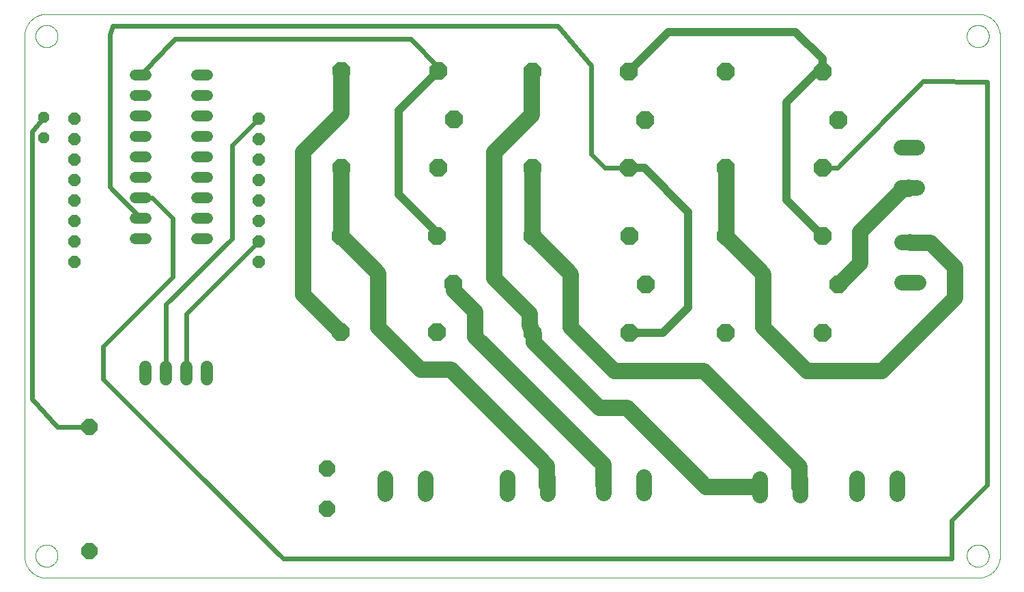
<source format=gtl>
G75*
%MOIN*%
%OFA0B0*%
%FSLAX25Y25*%
%IPPOS*%
%LPD*%
%AMOC8*
5,1,8,0,0,1.08239X$1,22.5*
%
%ADD10C,0.00000*%
%ADD11OC8,0.06000*%
%ADD12OC8,0.07874*%
%ADD13OC8,0.08600*%
%ADD14C,0.05200*%
%ADD15C,0.07800*%
%ADD16OC8,0.05200*%
%ADD17C,0.06000*%
%ADD18C,0.02400*%
%ADD19C,0.08000*%
%ADD20C,0.04000*%
D10*
X0040528Y0035846D02*
X0495252Y0035846D01*
X0489839Y0046673D02*
X0489841Y0046820D01*
X0489847Y0046966D01*
X0489857Y0047112D01*
X0489871Y0047258D01*
X0489889Y0047404D01*
X0489910Y0047549D01*
X0489936Y0047693D01*
X0489966Y0047837D01*
X0489999Y0047979D01*
X0490036Y0048121D01*
X0490077Y0048262D01*
X0490122Y0048401D01*
X0490171Y0048540D01*
X0490223Y0048677D01*
X0490280Y0048812D01*
X0490339Y0048946D01*
X0490403Y0049078D01*
X0490470Y0049208D01*
X0490540Y0049337D01*
X0490614Y0049464D01*
X0490691Y0049588D01*
X0490772Y0049711D01*
X0490856Y0049831D01*
X0490943Y0049949D01*
X0491033Y0050064D01*
X0491126Y0050177D01*
X0491223Y0050288D01*
X0491322Y0050396D01*
X0491424Y0050501D01*
X0491529Y0050603D01*
X0491637Y0050702D01*
X0491748Y0050799D01*
X0491861Y0050892D01*
X0491976Y0050982D01*
X0492094Y0051069D01*
X0492214Y0051153D01*
X0492337Y0051234D01*
X0492461Y0051311D01*
X0492588Y0051385D01*
X0492717Y0051455D01*
X0492847Y0051522D01*
X0492979Y0051586D01*
X0493113Y0051645D01*
X0493248Y0051702D01*
X0493385Y0051754D01*
X0493524Y0051803D01*
X0493663Y0051848D01*
X0493804Y0051889D01*
X0493946Y0051926D01*
X0494088Y0051959D01*
X0494232Y0051989D01*
X0494376Y0052015D01*
X0494521Y0052036D01*
X0494667Y0052054D01*
X0494813Y0052068D01*
X0494959Y0052078D01*
X0495105Y0052084D01*
X0495252Y0052086D01*
X0495399Y0052084D01*
X0495545Y0052078D01*
X0495691Y0052068D01*
X0495837Y0052054D01*
X0495983Y0052036D01*
X0496128Y0052015D01*
X0496272Y0051989D01*
X0496416Y0051959D01*
X0496558Y0051926D01*
X0496700Y0051889D01*
X0496841Y0051848D01*
X0496980Y0051803D01*
X0497119Y0051754D01*
X0497256Y0051702D01*
X0497391Y0051645D01*
X0497525Y0051586D01*
X0497657Y0051522D01*
X0497787Y0051455D01*
X0497916Y0051385D01*
X0498043Y0051311D01*
X0498167Y0051234D01*
X0498290Y0051153D01*
X0498410Y0051069D01*
X0498528Y0050982D01*
X0498643Y0050892D01*
X0498756Y0050799D01*
X0498867Y0050702D01*
X0498975Y0050603D01*
X0499080Y0050501D01*
X0499182Y0050396D01*
X0499281Y0050288D01*
X0499378Y0050177D01*
X0499471Y0050064D01*
X0499561Y0049949D01*
X0499648Y0049831D01*
X0499732Y0049711D01*
X0499813Y0049588D01*
X0499890Y0049464D01*
X0499964Y0049337D01*
X0500034Y0049208D01*
X0500101Y0049078D01*
X0500165Y0048946D01*
X0500224Y0048812D01*
X0500281Y0048677D01*
X0500333Y0048540D01*
X0500382Y0048401D01*
X0500427Y0048262D01*
X0500468Y0048121D01*
X0500505Y0047979D01*
X0500538Y0047837D01*
X0500568Y0047693D01*
X0500594Y0047549D01*
X0500615Y0047404D01*
X0500633Y0047258D01*
X0500647Y0047112D01*
X0500657Y0046966D01*
X0500663Y0046820D01*
X0500665Y0046673D01*
X0500663Y0046526D01*
X0500657Y0046380D01*
X0500647Y0046234D01*
X0500633Y0046088D01*
X0500615Y0045942D01*
X0500594Y0045797D01*
X0500568Y0045653D01*
X0500538Y0045509D01*
X0500505Y0045367D01*
X0500468Y0045225D01*
X0500427Y0045084D01*
X0500382Y0044945D01*
X0500333Y0044806D01*
X0500281Y0044669D01*
X0500224Y0044534D01*
X0500165Y0044400D01*
X0500101Y0044268D01*
X0500034Y0044138D01*
X0499964Y0044009D01*
X0499890Y0043882D01*
X0499813Y0043758D01*
X0499732Y0043635D01*
X0499648Y0043515D01*
X0499561Y0043397D01*
X0499471Y0043282D01*
X0499378Y0043169D01*
X0499281Y0043058D01*
X0499182Y0042950D01*
X0499080Y0042845D01*
X0498975Y0042743D01*
X0498867Y0042644D01*
X0498756Y0042547D01*
X0498643Y0042454D01*
X0498528Y0042364D01*
X0498410Y0042277D01*
X0498290Y0042193D01*
X0498167Y0042112D01*
X0498043Y0042035D01*
X0497916Y0041961D01*
X0497787Y0041891D01*
X0497657Y0041824D01*
X0497525Y0041760D01*
X0497391Y0041701D01*
X0497256Y0041644D01*
X0497119Y0041592D01*
X0496980Y0041543D01*
X0496841Y0041498D01*
X0496700Y0041457D01*
X0496558Y0041420D01*
X0496416Y0041387D01*
X0496272Y0041357D01*
X0496128Y0041331D01*
X0495983Y0041310D01*
X0495837Y0041292D01*
X0495691Y0041278D01*
X0495545Y0041268D01*
X0495399Y0041262D01*
X0495252Y0041260D01*
X0495105Y0041262D01*
X0494959Y0041268D01*
X0494813Y0041278D01*
X0494667Y0041292D01*
X0494521Y0041310D01*
X0494376Y0041331D01*
X0494232Y0041357D01*
X0494088Y0041387D01*
X0493946Y0041420D01*
X0493804Y0041457D01*
X0493663Y0041498D01*
X0493524Y0041543D01*
X0493385Y0041592D01*
X0493248Y0041644D01*
X0493113Y0041701D01*
X0492979Y0041760D01*
X0492847Y0041824D01*
X0492717Y0041891D01*
X0492588Y0041961D01*
X0492461Y0042035D01*
X0492337Y0042112D01*
X0492214Y0042193D01*
X0492094Y0042277D01*
X0491976Y0042364D01*
X0491861Y0042454D01*
X0491748Y0042547D01*
X0491637Y0042644D01*
X0491529Y0042743D01*
X0491424Y0042845D01*
X0491322Y0042950D01*
X0491223Y0043058D01*
X0491126Y0043169D01*
X0491033Y0043282D01*
X0490943Y0043397D01*
X0490856Y0043515D01*
X0490772Y0043635D01*
X0490691Y0043758D01*
X0490614Y0043882D01*
X0490540Y0044009D01*
X0490470Y0044138D01*
X0490403Y0044268D01*
X0490339Y0044400D01*
X0490280Y0044534D01*
X0490223Y0044669D01*
X0490171Y0044806D01*
X0490122Y0044945D01*
X0490077Y0045084D01*
X0490036Y0045225D01*
X0489999Y0045367D01*
X0489966Y0045509D01*
X0489936Y0045653D01*
X0489910Y0045797D01*
X0489889Y0045942D01*
X0489871Y0046088D01*
X0489857Y0046234D01*
X0489847Y0046380D01*
X0489841Y0046526D01*
X0489839Y0046673D01*
X0495252Y0035846D02*
X0495514Y0035849D01*
X0495775Y0035859D01*
X0496036Y0035874D01*
X0496297Y0035897D01*
X0496557Y0035925D01*
X0496816Y0035960D01*
X0497075Y0036001D01*
X0497332Y0036048D01*
X0497588Y0036101D01*
X0497843Y0036161D01*
X0498096Y0036226D01*
X0498348Y0036298D01*
X0498598Y0036376D01*
X0498846Y0036460D01*
X0499091Y0036550D01*
X0499335Y0036645D01*
X0499576Y0036747D01*
X0499815Y0036854D01*
X0500050Y0036967D01*
X0500284Y0037086D01*
X0500514Y0037211D01*
X0500741Y0037340D01*
X0500965Y0037476D01*
X0501185Y0037617D01*
X0501402Y0037763D01*
X0501616Y0037914D01*
X0501826Y0038070D01*
X0502032Y0038231D01*
X0502234Y0038398D01*
X0502432Y0038569D01*
X0502625Y0038745D01*
X0502815Y0038925D01*
X0503000Y0039110D01*
X0503180Y0039300D01*
X0503356Y0039493D01*
X0503527Y0039691D01*
X0503694Y0039893D01*
X0503855Y0040099D01*
X0504011Y0040309D01*
X0504162Y0040523D01*
X0504308Y0040740D01*
X0504449Y0040960D01*
X0504585Y0041184D01*
X0504714Y0041411D01*
X0504839Y0041641D01*
X0504958Y0041875D01*
X0505071Y0042110D01*
X0505178Y0042349D01*
X0505280Y0042590D01*
X0505375Y0042834D01*
X0505465Y0043079D01*
X0505549Y0043327D01*
X0505627Y0043577D01*
X0505699Y0043829D01*
X0505764Y0044082D01*
X0505824Y0044337D01*
X0505877Y0044593D01*
X0505924Y0044850D01*
X0505965Y0045109D01*
X0506000Y0045368D01*
X0506028Y0045628D01*
X0506051Y0045889D01*
X0506066Y0046150D01*
X0506076Y0046411D01*
X0506079Y0046673D01*
X0506079Y0300610D01*
X0489839Y0300610D02*
X0489841Y0300757D01*
X0489847Y0300903D01*
X0489857Y0301049D01*
X0489871Y0301195D01*
X0489889Y0301341D01*
X0489910Y0301486D01*
X0489936Y0301630D01*
X0489966Y0301774D01*
X0489999Y0301916D01*
X0490036Y0302058D01*
X0490077Y0302199D01*
X0490122Y0302338D01*
X0490171Y0302477D01*
X0490223Y0302614D01*
X0490280Y0302749D01*
X0490339Y0302883D01*
X0490403Y0303015D01*
X0490470Y0303145D01*
X0490540Y0303274D01*
X0490614Y0303401D01*
X0490691Y0303525D01*
X0490772Y0303648D01*
X0490856Y0303768D01*
X0490943Y0303886D01*
X0491033Y0304001D01*
X0491126Y0304114D01*
X0491223Y0304225D01*
X0491322Y0304333D01*
X0491424Y0304438D01*
X0491529Y0304540D01*
X0491637Y0304639D01*
X0491748Y0304736D01*
X0491861Y0304829D01*
X0491976Y0304919D01*
X0492094Y0305006D01*
X0492214Y0305090D01*
X0492337Y0305171D01*
X0492461Y0305248D01*
X0492588Y0305322D01*
X0492717Y0305392D01*
X0492847Y0305459D01*
X0492979Y0305523D01*
X0493113Y0305582D01*
X0493248Y0305639D01*
X0493385Y0305691D01*
X0493524Y0305740D01*
X0493663Y0305785D01*
X0493804Y0305826D01*
X0493946Y0305863D01*
X0494088Y0305896D01*
X0494232Y0305926D01*
X0494376Y0305952D01*
X0494521Y0305973D01*
X0494667Y0305991D01*
X0494813Y0306005D01*
X0494959Y0306015D01*
X0495105Y0306021D01*
X0495252Y0306023D01*
X0495399Y0306021D01*
X0495545Y0306015D01*
X0495691Y0306005D01*
X0495837Y0305991D01*
X0495983Y0305973D01*
X0496128Y0305952D01*
X0496272Y0305926D01*
X0496416Y0305896D01*
X0496558Y0305863D01*
X0496700Y0305826D01*
X0496841Y0305785D01*
X0496980Y0305740D01*
X0497119Y0305691D01*
X0497256Y0305639D01*
X0497391Y0305582D01*
X0497525Y0305523D01*
X0497657Y0305459D01*
X0497787Y0305392D01*
X0497916Y0305322D01*
X0498043Y0305248D01*
X0498167Y0305171D01*
X0498290Y0305090D01*
X0498410Y0305006D01*
X0498528Y0304919D01*
X0498643Y0304829D01*
X0498756Y0304736D01*
X0498867Y0304639D01*
X0498975Y0304540D01*
X0499080Y0304438D01*
X0499182Y0304333D01*
X0499281Y0304225D01*
X0499378Y0304114D01*
X0499471Y0304001D01*
X0499561Y0303886D01*
X0499648Y0303768D01*
X0499732Y0303648D01*
X0499813Y0303525D01*
X0499890Y0303401D01*
X0499964Y0303274D01*
X0500034Y0303145D01*
X0500101Y0303015D01*
X0500165Y0302883D01*
X0500224Y0302749D01*
X0500281Y0302614D01*
X0500333Y0302477D01*
X0500382Y0302338D01*
X0500427Y0302199D01*
X0500468Y0302058D01*
X0500505Y0301916D01*
X0500538Y0301774D01*
X0500568Y0301630D01*
X0500594Y0301486D01*
X0500615Y0301341D01*
X0500633Y0301195D01*
X0500647Y0301049D01*
X0500657Y0300903D01*
X0500663Y0300757D01*
X0500665Y0300610D01*
X0500663Y0300463D01*
X0500657Y0300317D01*
X0500647Y0300171D01*
X0500633Y0300025D01*
X0500615Y0299879D01*
X0500594Y0299734D01*
X0500568Y0299590D01*
X0500538Y0299446D01*
X0500505Y0299304D01*
X0500468Y0299162D01*
X0500427Y0299021D01*
X0500382Y0298882D01*
X0500333Y0298743D01*
X0500281Y0298606D01*
X0500224Y0298471D01*
X0500165Y0298337D01*
X0500101Y0298205D01*
X0500034Y0298075D01*
X0499964Y0297946D01*
X0499890Y0297819D01*
X0499813Y0297695D01*
X0499732Y0297572D01*
X0499648Y0297452D01*
X0499561Y0297334D01*
X0499471Y0297219D01*
X0499378Y0297106D01*
X0499281Y0296995D01*
X0499182Y0296887D01*
X0499080Y0296782D01*
X0498975Y0296680D01*
X0498867Y0296581D01*
X0498756Y0296484D01*
X0498643Y0296391D01*
X0498528Y0296301D01*
X0498410Y0296214D01*
X0498290Y0296130D01*
X0498167Y0296049D01*
X0498043Y0295972D01*
X0497916Y0295898D01*
X0497787Y0295828D01*
X0497657Y0295761D01*
X0497525Y0295697D01*
X0497391Y0295638D01*
X0497256Y0295581D01*
X0497119Y0295529D01*
X0496980Y0295480D01*
X0496841Y0295435D01*
X0496700Y0295394D01*
X0496558Y0295357D01*
X0496416Y0295324D01*
X0496272Y0295294D01*
X0496128Y0295268D01*
X0495983Y0295247D01*
X0495837Y0295229D01*
X0495691Y0295215D01*
X0495545Y0295205D01*
X0495399Y0295199D01*
X0495252Y0295197D01*
X0495105Y0295199D01*
X0494959Y0295205D01*
X0494813Y0295215D01*
X0494667Y0295229D01*
X0494521Y0295247D01*
X0494376Y0295268D01*
X0494232Y0295294D01*
X0494088Y0295324D01*
X0493946Y0295357D01*
X0493804Y0295394D01*
X0493663Y0295435D01*
X0493524Y0295480D01*
X0493385Y0295529D01*
X0493248Y0295581D01*
X0493113Y0295638D01*
X0492979Y0295697D01*
X0492847Y0295761D01*
X0492717Y0295828D01*
X0492588Y0295898D01*
X0492461Y0295972D01*
X0492337Y0296049D01*
X0492214Y0296130D01*
X0492094Y0296214D01*
X0491976Y0296301D01*
X0491861Y0296391D01*
X0491748Y0296484D01*
X0491637Y0296581D01*
X0491529Y0296680D01*
X0491424Y0296782D01*
X0491322Y0296887D01*
X0491223Y0296995D01*
X0491126Y0297106D01*
X0491033Y0297219D01*
X0490943Y0297334D01*
X0490856Y0297452D01*
X0490772Y0297572D01*
X0490691Y0297695D01*
X0490614Y0297819D01*
X0490540Y0297946D01*
X0490470Y0298075D01*
X0490403Y0298205D01*
X0490339Y0298337D01*
X0490280Y0298471D01*
X0490223Y0298606D01*
X0490171Y0298743D01*
X0490122Y0298882D01*
X0490077Y0299021D01*
X0490036Y0299162D01*
X0489999Y0299304D01*
X0489966Y0299446D01*
X0489936Y0299590D01*
X0489910Y0299734D01*
X0489889Y0299879D01*
X0489871Y0300025D01*
X0489857Y0300171D01*
X0489847Y0300317D01*
X0489841Y0300463D01*
X0489839Y0300610D01*
X0495252Y0311437D02*
X0495514Y0311434D01*
X0495775Y0311424D01*
X0496036Y0311409D01*
X0496297Y0311386D01*
X0496557Y0311358D01*
X0496816Y0311323D01*
X0497075Y0311282D01*
X0497332Y0311235D01*
X0497588Y0311182D01*
X0497843Y0311122D01*
X0498096Y0311057D01*
X0498348Y0310985D01*
X0498598Y0310907D01*
X0498846Y0310823D01*
X0499091Y0310733D01*
X0499335Y0310638D01*
X0499576Y0310536D01*
X0499815Y0310429D01*
X0500050Y0310316D01*
X0500284Y0310197D01*
X0500514Y0310072D01*
X0500741Y0309943D01*
X0500965Y0309807D01*
X0501185Y0309666D01*
X0501402Y0309520D01*
X0501616Y0309369D01*
X0501826Y0309213D01*
X0502032Y0309052D01*
X0502234Y0308885D01*
X0502432Y0308714D01*
X0502625Y0308538D01*
X0502815Y0308358D01*
X0503000Y0308173D01*
X0503180Y0307983D01*
X0503356Y0307790D01*
X0503527Y0307592D01*
X0503694Y0307390D01*
X0503855Y0307184D01*
X0504011Y0306974D01*
X0504162Y0306760D01*
X0504308Y0306543D01*
X0504449Y0306323D01*
X0504585Y0306099D01*
X0504714Y0305872D01*
X0504839Y0305642D01*
X0504958Y0305408D01*
X0505071Y0305173D01*
X0505178Y0304934D01*
X0505280Y0304693D01*
X0505375Y0304449D01*
X0505465Y0304204D01*
X0505549Y0303956D01*
X0505627Y0303706D01*
X0505699Y0303454D01*
X0505764Y0303201D01*
X0505824Y0302946D01*
X0505877Y0302690D01*
X0505924Y0302433D01*
X0505965Y0302174D01*
X0506000Y0301915D01*
X0506028Y0301655D01*
X0506051Y0301394D01*
X0506066Y0301133D01*
X0506076Y0300872D01*
X0506079Y0300610D01*
X0495252Y0311436D02*
X0040528Y0311436D01*
X0035115Y0300610D02*
X0035117Y0300757D01*
X0035123Y0300903D01*
X0035133Y0301049D01*
X0035147Y0301195D01*
X0035165Y0301341D01*
X0035186Y0301486D01*
X0035212Y0301630D01*
X0035242Y0301774D01*
X0035275Y0301916D01*
X0035312Y0302058D01*
X0035353Y0302199D01*
X0035398Y0302338D01*
X0035447Y0302477D01*
X0035499Y0302614D01*
X0035556Y0302749D01*
X0035615Y0302883D01*
X0035679Y0303015D01*
X0035746Y0303145D01*
X0035816Y0303274D01*
X0035890Y0303401D01*
X0035967Y0303525D01*
X0036048Y0303648D01*
X0036132Y0303768D01*
X0036219Y0303886D01*
X0036309Y0304001D01*
X0036402Y0304114D01*
X0036499Y0304225D01*
X0036598Y0304333D01*
X0036700Y0304438D01*
X0036805Y0304540D01*
X0036913Y0304639D01*
X0037024Y0304736D01*
X0037137Y0304829D01*
X0037252Y0304919D01*
X0037370Y0305006D01*
X0037490Y0305090D01*
X0037613Y0305171D01*
X0037737Y0305248D01*
X0037864Y0305322D01*
X0037993Y0305392D01*
X0038123Y0305459D01*
X0038255Y0305523D01*
X0038389Y0305582D01*
X0038524Y0305639D01*
X0038661Y0305691D01*
X0038800Y0305740D01*
X0038939Y0305785D01*
X0039080Y0305826D01*
X0039222Y0305863D01*
X0039364Y0305896D01*
X0039508Y0305926D01*
X0039652Y0305952D01*
X0039797Y0305973D01*
X0039943Y0305991D01*
X0040089Y0306005D01*
X0040235Y0306015D01*
X0040381Y0306021D01*
X0040528Y0306023D01*
X0040675Y0306021D01*
X0040821Y0306015D01*
X0040967Y0306005D01*
X0041113Y0305991D01*
X0041259Y0305973D01*
X0041404Y0305952D01*
X0041548Y0305926D01*
X0041692Y0305896D01*
X0041834Y0305863D01*
X0041976Y0305826D01*
X0042117Y0305785D01*
X0042256Y0305740D01*
X0042395Y0305691D01*
X0042532Y0305639D01*
X0042667Y0305582D01*
X0042801Y0305523D01*
X0042933Y0305459D01*
X0043063Y0305392D01*
X0043192Y0305322D01*
X0043319Y0305248D01*
X0043443Y0305171D01*
X0043566Y0305090D01*
X0043686Y0305006D01*
X0043804Y0304919D01*
X0043919Y0304829D01*
X0044032Y0304736D01*
X0044143Y0304639D01*
X0044251Y0304540D01*
X0044356Y0304438D01*
X0044458Y0304333D01*
X0044557Y0304225D01*
X0044654Y0304114D01*
X0044747Y0304001D01*
X0044837Y0303886D01*
X0044924Y0303768D01*
X0045008Y0303648D01*
X0045089Y0303525D01*
X0045166Y0303401D01*
X0045240Y0303274D01*
X0045310Y0303145D01*
X0045377Y0303015D01*
X0045441Y0302883D01*
X0045500Y0302749D01*
X0045557Y0302614D01*
X0045609Y0302477D01*
X0045658Y0302338D01*
X0045703Y0302199D01*
X0045744Y0302058D01*
X0045781Y0301916D01*
X0045814Y0301774D01*
X0045844Y0301630D01*
X0045870Y0301486D01*
X0045891Y0301341D01*
X0045909Y0301195D01*
X0045923Y0301049D01*
X0045933Y0300903D01*
X0045939Y0300757D01*
X0045941Y0300610D01*
X0045939Y0300463D01*
X0045933Y0300317D01*
X0045923Y0300171D01*
X0045909Y0300025D01*
X0045891Y0299879D01*
X0045870Y0299734D01*
X0045844Y0299590D01*
X0045814Y0299446D01*
X0045781Y0299304D01*
X0045744Y0299162D01*
X0045703Y0299021D01*
X0045658Y0298882D01*
X0045609Y0298743D01*
X0045557Y0298606D01*
X0045500Y0298471D01*
X0045441Y0298337D01*
X0045377Y0298205D01*
X0045310Y0298075D01*
X0045240Y0297946D01*
X0045166Y0297819D01*
X0045089Y0297695D01*
X0045008Y0297572D01*
X0044924Y0297452D01*
X0044837Y0297334D01*
X0044747Y0297219D01*
X0044654Y0297106D01*
X0044557Y0296995D01*
X0044458Y0296887D01*
X0044356Y0296782D01*
X0044251Y0296680D01*
X0044143Y0296581D01*
X0044032Y0296484D01*
X0043919Y0296391D01*
X0043804Y0296301D01*
X0043686Y0296214D01*
X0043566Y0296130D01*
X0043443Y0296049D01*
X0043319Y0295972D01*
X0043192Y0295898D01*
X0043063Y0295828D01*
X0042933Y0295761D01*
X0042801Y0295697D01*
X0042667Y0295638D01*
X0042532Y0295581D01*
X0042395Y0295529D01*
X0042256Y0295480D01*
X0042117Y0295435D01*
X0041976Y0295394D01*
X0041834Y0295357D01*
X0041692Y0295324D01*
X0041548Y0295294D01*
X0041404Y0295268D01*
X0041259Y0295247D01*
X0041113Y0295229D01*
X0040967Y0295215D01*
X0040821Y0295205D01*
X0040675Y0295199D01*
X0040528Y0295197D01*
X0040381Y0295199D01*
X0040235Y0295205D01*
X0040089Y0295215D01*
X0039943Y0295229D01*
X0039797Y0295247D01*
X0039652Y0295268D01*
X0039508Y0295294D01*
X0039364Y0295324D01*
X0039222Y0295357D01*
X0039080Y0295394D01*
X0038939Y0295435D01*
X0038800Y0295480D01*
X0038661Y0295529D01*
X0038524Y0295581D01*
X0038389Y0295638D01*
X0038255Y0295697D01*
X0038123Y0295761D01*
X0037993Y0295828D01*
X0037864Y0295898D01*
X0037737Y0295972D01*
X0037613Y0296049D01*
X0037490Y0296130D01*
X0037370Y0296214D01*
X0037252Y0296301D01*
X0037137Y0296391D01*
X0037024Y0296484D01*
X0036913Y0296581D01*
X0036805Y0296680D01*
X0036700Y0296782D01*
X0036598Y0296887D01*
X0036499Y0296995D01*
X0036402Y0297106D01*
X0036309Y0297219D01*
X0036219Y0297334D01*
X0036132Y0297452D01*
X0036048Y0297572D01*
X0035967Y0297695D01*
X0035890Y0297819D01*
X0035816Y0297946D01*
X0035746Y0298075D01*
X0035679Y0298205D01*
X0035615Y0298337D01*
X0035556Y0298471D01*
X0035499Y0298606D01*
X0035447Y0298743D01*
X0035398Y0298882D01*
X0035353Y0299021D01*
X0035312Y0299162D01*
X0035275Y0299304D01*
X0035242Y0299446D01*
X0035212Y0299590D01*
X0035186Y0299734D01*
X0035165Y0299879D01*
X0035147Y0300025D01*
X0035133Y0300171D01*
X0035123Y0300317D01*
X0035117Y0300463D01*
X0035115Y0300610D01*
X0029701Y0300610D02*
X0029704Y0300872D01*
X0029714Y0301133D01*
X0029729Y0301394D01*
X0029752Y0301655D01*
X0029780Y0301915D01*
X0029815Y0302174D01*
X0029856Y0302433D01*
X0029903Y0302690D01*
X0029956Y0302946D01*
X0030016Y0303201D01*
X0030081Y0303454D01*
X0030153Y0303706D01*
X0030231Y0303956D01*
X0030315Y0304204D01*
X0030405Y0304449D01*
X0030500Y0304693D01*
X0030602Y0304934D01*
X0030709Y0305173D01*
X0030822Y0305408D01*
X0030941Y0305642D01*
X0031066Y0305872D01*
X0031195Y0306099D01*
X0031331Y0306323D01*
X0031472Y0306543D01*
X0031618Y0306760D01*
X0031769Y0306974D01*
X0031925Y0307184D01*
X0032086Y0307390D01*
X0032253Y0307592D01*
X0032424Y0307790D01*
X0032600Y0307983D01*
X0032780Y0308173D01*
X0032965Y0308358D01*
X0033155Y0308538D01*
X0033348Y0308714D01*
X0033546Y0308885D01*
X0033748Y0309052D01*
X0033954Y0309213D01*
X0034164Y0309369D01*
X0034378Y0309520D01*
X0034595Y0309666D01*
X0034815Y0309807D01*
X0035039Y0309943D01*
X0035266Y0310072D01*
X0035496Y0310197D01*
X0035730Y0310316D01*
X0035965Y0310429D01*
X0036204Y0310536D01*
X0036445Y0310638D01*
X0036689Y0310733D01*
X0036934Y0310823D01*
X0037182Y0310907D01*
X0037432Y0310985D01*
X0037684Y0311057D01*
X0037937Y0311122D01*
X0038192Y0311182D01*
X0038448Y0311235D01*
X0038705Y0311282D01*
X0038964Y0311323D01*
X0039223Y0311358D01*
X0039483Y0311386D01*
X0039744Y0311409D01*
X0040005Y0311424D01*
X0040266Y0311434D01*
X0040528Y0311437D01*
X0029701Y0300610D02*
X0029701Y0046673D01*
X0035115Y0046673D02*
X0035117Y0046820D01*
X0035123Y0046966D01*
X0035133Y0047112D01*
X0035147Y0047258D01*
X0035165Y0047404D01*
X0035186Y0047549D01*
X0035212Y0047693D01*
X0035242Y0047837D01*
X0035275Y0047979D01*
X0035312Y0048121D01*
X0035353Y0048262D01*
X0035398Y0048401D01*
X0035447Y0048540D01*
X0035499Y0048677D01*
X0035556Y0048812D01*
X0035615Y0048946D01*
X0035679Y0049078D01*
X0035746Y0049208D01*
X0035816Y0049337D01*
X0035890Y0049464D01*
X0035967Y0049588D01*
X0036048Y0049711D01*
X0036132Y0049831D01*
X0036219Y0049949D01*
X0036309Y0050064D01*
X0036402Y0050177D01*
X0036499Y0050288D01*
X0036598Y0050396D01*
X0036700Y0050501D01*
X0036805Y0050603D01*
X0036913Y0050702D01*
X0037024Y0050799D01*
X0037137Y0050892D01*
X0037252Y0050982D01*
X0037370Y0051069D01*
X0037490Y0051153D01*
X0037613Y0051234D01*
X0037737Y0051311D01*
X0037864Y0051385D01*
X0037993Y0051455D01*
X0038123Y0051522D01*
X0038255Y0051586D01*
X0038389Y0051645D01*
X0038524Y0051702D01*
X0038661Y0051754D01*
X0038800Y0051803D01*
X0038939Y0051848D01*
X0039080Y0051889D01*
X0039222Y0051926D01*
X0039364Y0051959D01*
X0039508Y0051989D01*
X0039652Y0052015D01*
X0039797Y0052036D01*
X0039943Y0052054D01*
X0040089Y0052068D01*
X0040235Y0052078D01*
X0040381Y0052084D01*
X0040528Y0052086D01*
X0040675Y0052084D01*
X0040821Y0052078D01*
X0040967Y0052068D01*
X0041113Y0052054D01*
X0041259Y0052036D01*
X0041404Y0052015D01*
X0041548Y0051989D01*
X0041692Y0051959D01*
X0041834Y0051926D01*
X0041976Y0051889D01*
X0042117Y0051848D01*
X0042256Y0051803D01*
X0042395Y0051754D01*
X0042532Y0051702D01*
X0042667Y0051645D01*
X0042801Y0051586D01*
X0042933Y0051522D01*
X0043063Y0051455D01*
X0043192Y0051385D01*
X0043319Y0051311D01*
X0043443Y0051234D01*
X0043566Y0051153D01*
X0043686Y0051069D01*
X0043804Y0050982D01*
X0043919Y0050892D01*
X0044032Y0050799D01*
X0044143Y0050702D01*
X0044251Y0050603D01*
X0044356Y0050501D01*
X0044458Y0050396D01*
X0044557Y0050288D01*
X0044654Y0050177D01*
X0044747Y0050064D01*
X0044837Y0049949D01*
X0044924Y0049831D01*
X0045008Y0049711D01*
X0045089Y0049588D01*
X0045166Y0049464D01*
X0045240Y0049337D01*
X0045310Y0049208D01*
X0045377Y0049078D01*
X0045441Y0048946D01*
X0045500Y0048812D01*
X0045557Y0048677D01*
X0045609Y0048540D01*
X0045658Y0048401D01*
X0045703Y0048262D01*
X0045744Y0048121D01*
X0045781Y0047979D01*
X0045814Y0047837D01*
X0045844Y0047693D01*
X0045870Y0047549D01*
X0045891Y0047404D01*
X0045909Y0047258D01*
X0045923Y0047112D01*
X0045933Y0046966D01*
X0045939Y0046820D01*
X0045941Y0046673D01*
X0045939Y0046526D01*
X0045933Y0046380D01*
X0045923Y0046234D01*
X0045909Y0046088D01*
X0045891Y0045942D01*
X0045870Y0045797D01*
X0045844Y0045653D01*
X0045814Y0045509D01*
X0045781Y0045367D01*
X0045744Y0045225D01*
X0045703Y0045084D01*
X0045658Y0044945D01*
X0045609Y0044806D01*
X0045557Y0044669D01*
X0045500Y0044534D01*
X0045441Y0044400D01*
X0045377Y0044268D01*
X0045310Y0044138D01*
X0045240Y0044009D01*
X0045166Y0043882D01*
X0045089Y0043758D01*
X0045008Y0043635D01*
X0044924Y0043515D01*
X0044837Y0043397D01*
X0044747Y0043282D01*
X0044654Y0043169D01*
X0044557Y0043058D01*
X0044458Y0042950D01*
X0044356Y0042845D01*
X0044251Y0042743D01*
X0044143Y0042644D01*
X0044032Y0042547D01*
X0043919Y0042454D01*
X0043804Y0042364D01*
X0043686Y0042277D01*
X0043566Y0042193D01*
X0043443Y0042112D01*
X0043319Y0042035D01*
X0043192Y0041961D01*
X0043063Y0041891D01*
X0042933Y0041824D01*
X0042801Y0041760D01*
X0042667Y0041701D01*
X0042532Y0041644D01*
X0042395Y0041592D01*
X0042256Y0041543D01*
X0042117Y0041498D01*
X0041976Y0041457D01*
X0041834Y0041420D01*
X0041692Y0041387D01*
X0041548Y0041357D01*
X0041404Y0041331D01*
X0041259Y0041310D01*
X0041113Y0041292D01*
X0040967Y0041278D01*
X0040821Y0041268D01*
X0040675Y0041262D01*
X0040528Y0041260D01*
X0040381Y0041262D01*
X0040235Y0041268D01*
X0040089Y0041278D01*
X0039943Y0041292D01*
X0039797Y0041310D01*
X0039652Y0041331D01*
X0039508Y0041357D01*
X0039364Y0041387D01*
X0039222Y0041420D01*
X0039080Y0041457D01*
X0038939Y0041498D01*
X0038800Y0041543D01*
X0038661Y0041592D01*
X0038524Y0041644D01*
X0038389Y0041701D01*
X0038255Y0041760D01*
X0038123Y0041824D01*
X0037993Y0041891D01*
X0037864Y0041961D01*
X0037737Y0042035D01*
X0037613Y0042112D01*
X0037490Y0042193D01*
X0037370Y0042277D01*
X0037252Y0042364D01*
X0037137Y0042454D01*
X0037024Y0042547D01*
X0036913Y0042644D01*
X0036805Y0042743D01*
X0036700Y0042845D01*
X0036598Y0042950D01*
X0036499Y0043058D01*
X0036402Y0043169D01*
X0036309Y0043282D01*
X0036219Y0043397D01*
X0036132Y0043515D01*
X0036048Y0043635D01*
X0035967Y0043758D01*
X0035890Y0043882D01*
X0035816Y0044009D01*
X0035746Y0044138D01*
X0035679Y0044268D01*
X0035615Y0044400D01*
X0035556Y0044534D01*
X0035499Y0044669D01*
X0035447Y0044806D01*
X0035398Y0044945D01*
X0035353Y0045084D01*
X0035312Y0045225D01*
X0035275Y0045367D01*
X0035242Y0045509D01*
X0035212Y0045653D01*
X0035186Y0045797D01*
X0035165Y0045942D01*
X0035147Y0046088D01*
X0035133Y0046234D01*
X0035123Y0046380D01*
X0035117Y0046526D01*
X0035115Y0046673D01*
X0029701Y0046673D02*
X0029704Y0046411D01*
X0029714Y0046150D01*
X0029729Y0045889D01*
X0029752Y0045628D01*
X0029780Y0045368D01*
X0029815Y0045109D01*
X0029856Y0044850D01*
X0029903Y0044593D01*
X0029956Y0044337D01*
X0030016Y0044082D01*
X0030081Y0043829D01*
X0030153Y0043577D01*
X0030231Y0043327D01*
X0030315Y0043079D01*
X0030405Y0042834D01*
X0030500Y0042590D01*
X0030602Y0042349D01*
X0030709Y0042110D01*
X0030822Y0041875D01*
X0030941Y0041641D01*
X0031066Y0041411D01*
X0031195Y0041184D01*
X0031331Y0040960D01*
X0031472Y0040740D01*
X0031618Y0040523D01*
X0031769Y0040309D01*
X0031925Y0040099D01*
X0032086Y0039893D01*
X0032253Y0039691D01*
X0032424Y0039493D01*
X0032600Y0039300D01*
X0032780Y0039110D01*
X0032965Y0038925D01*
X0033155Y0038745D01*
X0033348Y0038569D01*
X0033546Y0038398D01*
X0033748Y0038231D01*
X0033954Y0038070D01*
X0034164Y0037914D01*
X0034378Y0037763D01*
X0034595Y0037617D01*
X0034815Y0037476D01*
X0035039Y0037340D01*
X0035266Y0037211D01*
X0035496Y0037086D01*
X0035730Y0036967D01*
X0035965Y0036854D01*
X0036204Y0036747D01*
X0036445Y0036645D01*
X0036689Y0036550D01*
X0036934Y0036460D01*
X0037182Y0036376D01*
X0037432Y0036298D01*
X0037684Y0036226D01*
X0037937Y0036161D01*
X0038192Y0036101D01*
X0038448Y0036048D01*
X0038705Y0036001D01*
X0038964Y0035960D01*
X0039223Y0035925D01*
X0039483Y0035897D01*
X0039744Y0035874D01*
X0040005Y0035859D01*
X0040266Y0035849D01*
X0040528Y0035846D01*
D11*
X0054161Y0190291D03*
X0054161Y0200291D03*
X0054161Y0210291D03*
X0054161Y0220291D03*
X0054161Y0230291D03*
X0054161Y0240291D03*
X0054161Y0250291D03*
X0054161Y0260291D03*
X0144161Y0260291D03*
X0144161Y0250291D03*
X0144161Y0240291D03*
X0144161Y0230291D03*
X0144161Y0220291D03*
X0144161Y0210291D03*
X0144161Y0200291D03*
X0144161Y0190291D03*
D12*
X0061596Y0109690D03*
X0061596Y0049060D03*
X0177344Y0069532D03*
X0177344Y0089217D03*
D13*
X0184020Y0155833D03*
X0231264Y0155833D03*
X0239138Y0179455D03*
X0231264Y0203077D03*
X0277947Y0202792D03*
X0325191Y0202792D03*
X0333065Y0179170D03*
X0325191Y0155548D03*
X0277947Y0155548D03*
X0372153Y0155688D03*
X0419397Y0155688D03*
X0427271Y0179310D03*
X0419397Y0202932D03*
X0372153Y0202932D03*
X0372047Y0236156D03*
X0332778Y0259770D03*
X0324904Y0283392D03*
X0277660Y0283392D03*
X0239512Y0259868D03*
X0231638Y0283490D03*
X0184394Y0283490D03*
X0184394Y0236246D03*
X0184020Y0203077D03*
X0231638Y0236246D03*
X0277660Y0236148D03*
X0324904Y0236148D03*
X0372047Y0283400D03*
X0419291Y0283400D03*
X0427165Y0259778D03*
X0419291Y0236156D03*
D14*
X0119079Y0231751D02*
X0113879Y0231751D01*
X0113879Y0241751D02*
X0119079Y0241751D01*
X0119079Y0251751D02*
X0113879Y0251751D01*
X0113879Y0261751D02*
X0119079Y0261751D01*
X0119079Y0271751D02*
X0113879Y0271751D01*
X0113879Y0281751D02*
X0119079Y0281751D01*
X0089079Y0281751D02*
X0083879Y0281751D01*
X0083879Y0271751D02*
X0089079Y0271751D01*
X0089079Y0261751D02*
X0083879Y0261751D01*
X0083879Y0251751D02*
X0089079Y0251751D01*
X0089079Y0241751D02*
X0083879Y0241751D01*
X0083879Y0231751D02*
X0089079Y0231751D01*
X0089079Y0221751D02*
X0083879Y0221751D01*
X0083879Y0211751D02*
X0089079Y0211751D01*
X0089079Y0201751D02*
X0083879Y0201751D01*
X0113879Y0201751D02*
X0119079Y0201751D01*
X0119079Y0211751D02*
X0113879Y0211751D01*
X0113879Y0221751D02*
X0119079Y0221751D01*
D15*
X0205690Y0084758D02*
X0205690Y0076958D01*
X0225390Y0076958D02*
X0225390Y0084758D01*
X0265326Y0084807D02*
X0265326Y0077007D01*
X0285026Y0077007D02*
X0285026Y0084807D01*
X0312571Y0085226D02*
X0312571Y0077426D01*
X0332271Y0077426D02*
X0332271Y0085226D01*
X0388686Y0084173D02*
X0388686Y0076373D01*
X0408386Y0076373D02*
X0408386Y0084173D01*
X0436037Y0084764D02*
X0436037Y0076964D01*
X0455737Y0076964D02*
X0455737Y0084764D01*
X0458270Y0180159D02*
X0466070Y0180159D01*
X0466070Y0199859D02*
X0458270Y0199859D01*
X0457663Y0226553D02*
X0465463Y0226553D01*
X0465463Y0246253D02*
X0457663Y0246253D01*
D16*
X0039252Y0250850D03*
X0039252Y0260850D03*
D17*
X0088931Y0139091D02*
X0088931Y0133091D01*
X0098931Y0133091D02*
X0098931Y0139091D01*
X0108931Y0139091D02*
X0108931Y0133091D01*
X0118931Y0133091D02*
X0118931Y0139091D01*
D18*
X0108931Y0136091D02*
X0108931Y0165062D01*
X0144161Y0200291D01*
X0131112Y0201681D02*
X0131112Y0247242D01*
X0144161Y0260291D01*
X0103274Y0299346D02*
X0086479Y0281751D01*
X0103274Y0299346D02*
X0218501Y0299346D01*
X0231638Y0285409D01*
X0231638Y0283490D01*
X0290219Y0305550D02*
X0306313Y0286156D01*
X0306313Y0242819D01*
X0312985Y0236148D01*
X0324904Y0236148D01*
X0419291Y0236156D02*
X0419389Y0236253D01*
X0426697Y0236363D01*
X0468565Y0278541D01*
X0499950Y0278346D01*
X0499950Y0081318D01*
X0482509Y0063878D01*
X0482509Y0045172D01*
X0156080Y0045172D01*
X0114830Y0086421D01*
X0068179Y0133072D01*
X0068179Y0148855D01*
X0102150Y0182826D01*
X0102150Y0194569D01*
X0102150Y0211480D01*
X0092160Y0221470D01*
X0086761Y0221470D01*
X0086479Y0221751D01*
X0086479Y0211751D02*
X0071316Y0226914D01*
X0071316Y0301137D01*
X0072829Y0305550D01*
X0290219Y0305550D01*
X0131112Y0201681D02*
X0098931Y0169500D01*
X0098931Y0136091D01*
X0061596Y0109690D02*
X0045740Y0109690D01*
X0033442Y0123172D01*
X0033442Y0253855D01*
X0039252Y0260850D01*
D19*
X0165646Y0243818D02*
X0165646Y0174428D01*
X0183855Y0156220D01*
X0184020Y0155833D01*
X0202555Y0158188D02*
X0202555Y0184763D01*
X0184347Y0202972D01*
X0184020Y0203077D01*
X0184347Y0206909D01*
X0184347Y0235944D01*
X0184394Y0236246D01*
X0165646Y0243818D02*
X0184347Y0262519D01*
X0184347Y0283188D01*
X0184394Y0283490D01*
X0259150Y0243818D02*
X0259150Y0182302D01*
X0276374Y0165078D01*
X0276374Y0159173D01*
X0277947Y0155548D01*
X0278343Y0155236D01*
X0278343Y0150806D01*
X0310331Y0118818D01*
X0324111Y0118818D01*
X0362496Y0080432D01*
X0388579Y0080432D01*
X0388686Y0080273D01*
X0408264Y0080432D02*
X0408264Y0090275D01*
X0361512Y0137027D01*
X0317713Y0137027D01*
X0296551Y0158188D01*
X0296551Y0184271D01*
X0278343Y0202480D01*
X0277947Y0202792D01*
X0277851Y0206417D01*
X0277851Y0235944D01*
X0277660Y0236148D01*
X0259150Y0243818D02*
X0277359Y0262027D01*
X0277359Y0283188D01*
X0277660Y0283392D01*
X0372047Y0236156D02*
X0372339Y0235944D01*
X0372339Y0206909D01*
X0372153Y0202932D01*
X0372339Y0202480D01*
X0390548Y0184271D01*
X0390548Y0158188D01*
X0411709Y0137027D01*
X0448618Y0137027D01*
X0484051Y0172460D01*
X0484051Y0187716D01*
X0472240Y0199527D01*
X0462398Y0199527D01*
X0462170Y0199859D01*
X0437792Y0204940D02*
X0437792Y0189684D01*
X0427457Y0179350D01*
X0427271Y0179310D01*
X0437792Y0204940D02*
X0458953Y0226102D01*
X0461414Y0226102D01*
X0461563Y0226553D01*
X0312300Y0091259D02*
X0249800Y0153759D01*
X0249800Y0166062D01*
X0239465Y0176397D01*
X0239465Y0179350D01*
X0239138Y0179455D01*
X0202555Y0158188D02*
X0223225Y0137519D01*
X0237988Y0137519D01*
X0284740Y0090767D01*
X0284740Y0080925D01*
X0285026Y0080907D01*
X0312300Y0081417D02*
X0312571Y0081326D01*
X0312300Y0081417D02*
X0312300Y0091259D01*
X0408264Y0080432D02*
X0408386Y0080273D01*
D20*
X0341601Y0155646D02*
X0325288Y0155646D01*
X0325191Y0155548D01*
X0341601Y0155646D02*
X0353901Y0167946D01*
X0353901Y0214546D01*
X0332299Y0236148D01*
X0324904Y0236148D01*
X0324904Y0283392D02*
X0344159Y0302646D01*
X0406201Y0302646D01*
X0419291Y0289555D01*
X0419291Y0283400D01*
X0416755Y0283400D01*
X0401701Y0268346D01*
X0401701Y0220628D01*
X0419397Y0202932D01*
X0231264Y0203077D02*
X0231264Y0204583D01*
X0212501Y0223346D01*
X0212501Y0264353D01*
X0231638Y0283490D01*
M02*

</source>
